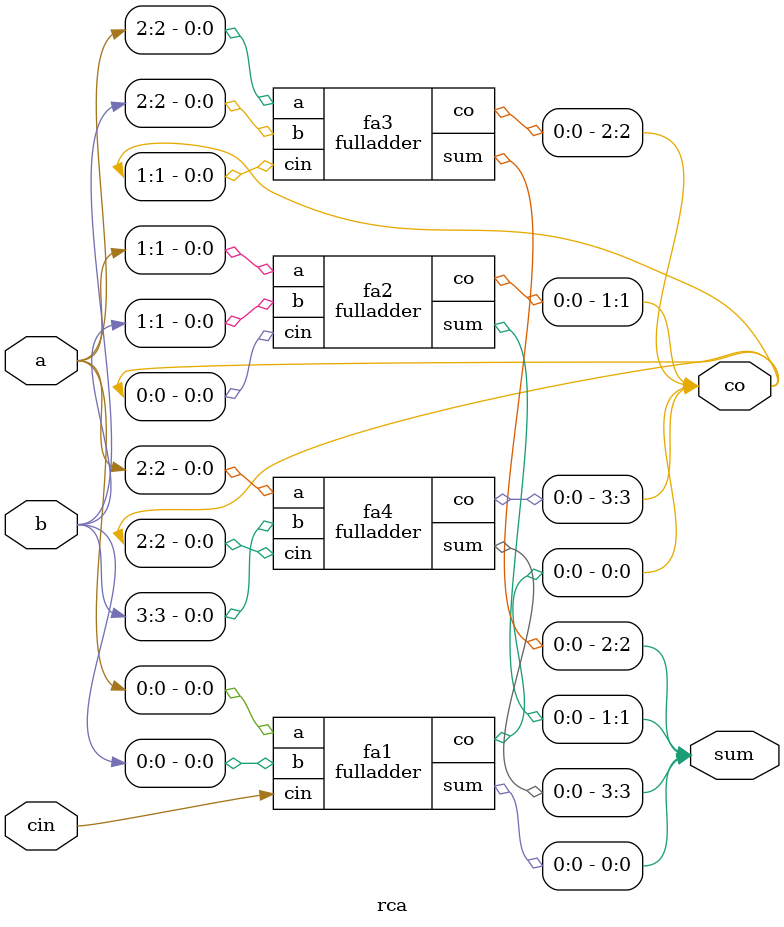
<source format=v>
module fulladder(a,b,cin,sum,co);
input a,b,cin;
output sum,co;
assign{co,sum}=a+b+cin;
endmodule

module rca(a,b,cin,sum,co);
input [3:0]a,b;
input cin;
output [3:0]sum,co;
fulladder fa1(.a(a[0]),.b(b[0]),.cin(cin),.sum(sum[0]),.co(co[0]));
fulladder fa2(.a(a[1]),.b(b[1]),.cin(co[0]),.sum(sum[1]),.co(co[1]));
fulladder fa3(.a(a[2]),.b(b[2]),.cin(co[1]),.sum(sum[2]),.co(co[2]));
fulladder fa4(.a(a[2]),.b(b[3]),.cin(co[2]),.sum(sum[3]),.co(co[3]));
endmodule



</source>
